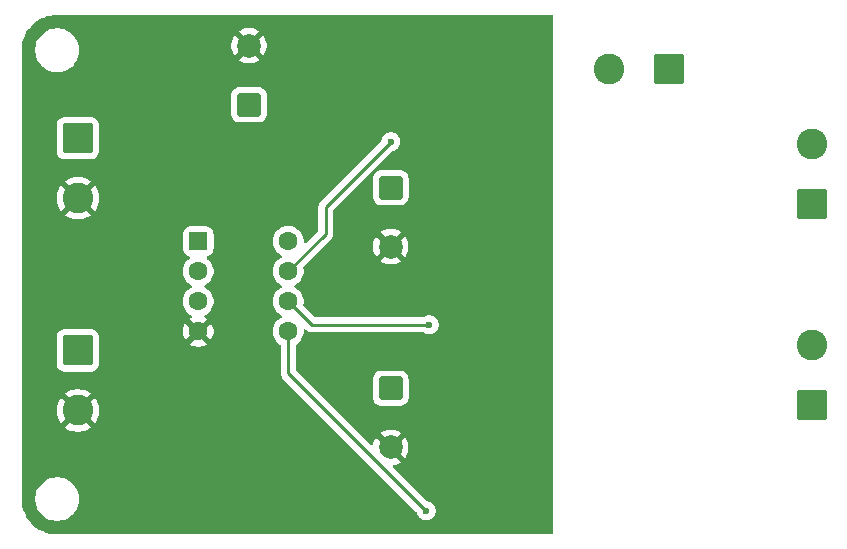
<source format=gbr>
%TF.GenerationSoftware,KiCad,Pcbnew,9.0.6*%
%TF.CreationDate,2025-12-09T22:28:09-06:00*%
%TF.ProjectId,QCW_Precharge,5143575f-5072-4656-9368-617267652e6b,rev?*%
%TF.SameCoordinates,Original*%
%TF.FileFunction,Copper,L2,Bot*%
%TF.FilePolarity,Positive*%
%FSLAX46Y46*%
G04 Gerber Fmt 4.6, Leading zero omitted, Abs format (unit mm)*
G04 Created by KiCad (PCBNEW 9.0.6) date 2025-12-09 22:28:09*
%MOMM*%
%LPD*%
G01*
G04 APERTURE LIST*
G04 Aperture macros list*
%AMRoundRect*
0 Rectangle with rounded corners*
0 $1 Rounding radius*
0 $2 $3 $4 $5 $6 $7 $8 $9 X,Y pos of 4 corners*
0 Add a 4 corners polygon primitive as box body*
4,1,4,$2,$3,$4,$5,$6,$7,$8,$9,$2,$3,0*
0 Add four circle primitives for the rounded corners*
1,1,$1+$1,$2,$3*
1,1,$1+$1,$4,$5*
1,1,$1+$1,$6,$7*
1,1,$1+$1,$8,$9*
0 Add four rect primitives between the rounded corners*
20,1,$1+$1,$2,$3,$4,$5,0*
20,1,$1+$1,$4,$5,$6,$7,0*
20,1,$1+$1,$6,$7,$8,$9,0*
20,1,$1+$1,$8,$9,$2,$3,0*%
G04 Aperture macros list end*
%TA.AperFunction,ComponentPad*%
%ADD10RoundRect,0.250000X-0.750000X0.750000X-0.750000X-0.750000X0.750000X-0.750000X0.750000X0.750000X0*%
%TD*%
%TA.AperFunction,ComponentPad*%
%ADD11C,2.000000*%
%TD*%
%TA.AperFunction,ComponentPad*%
%ADD12RoundRect,0.250000X1.050000X1.050000X-1.050000X1.050000X-1.050000X-1.050000X1.050000X-1.050000X0*%
%TD*%
%TA.AperFunction,ComponentPad*%
%ADD13C,2.600000*%
%TD*%
%TA.AperFunction,ComponentPad*%
%ADD14RoundRect,0.250000X-1.050000X1.050000X-1.050000X-1.050000X1.050000X-1.050000X1.050000X1.050000X0*%
%TD*%
%TA.AperFunction,ComponentPad*%
%ADD15RoundRect,0.250000X0.750000X-0.750000X0.750000X0.750000X-0.750000X0.750000X-0.750000X-0.750000X0*%
%TD*%
%TA.AperFunction,ComponentPad*%
%ADD16RoundRect,0.250000X1.050000X-1.050000X1.050000X1.050000X-1.050000X1.050000X-1.050000X-1.050000X0*%
%TD*%
%TA.AperFunction,ComponentPad*%
%ADD17RoundRect,0.250000X-0.550000X-0.550000X0.550000X-0.550000X0.550000X0.550000X-0.550000X0.550000X0*%
%TD*%
%TA.AperFunction,ComponentPad*%
%ADD18C,1.600000*%
%TD*%
%TA.AperFunction,ViaPad*%
%ADD19C,0.600000*%
%TD*%
%TA.AperFunction,Conductor*%
%ADD20C,0.254000*%
%TD*%
G04 APERTURE END LIST*
D10*
%TO.P,C7,1*%
%TO.N,Net-(D5-K)*%
X199500000Y-90632323D03*
D11*
%TO.P,C7,2*%
%TO.N,GND*%
X199500000Y-95632323D03*
%TD*%
D10*
%TO.P,C10,1*%
%TO.N,Net-(D7-K)*%
X199500000Y-107632323D03*
D11*
%TO.P,C10,2*%
%TO.N,GND*%
X199500000Y-112632323D03*
%TD*%
D12*
%TO.P,J1,1,Pin_1*%
%TO.N,Net-(J1-Pin_1)*%
X223045000Y-80577500D03*
D13*
%TO.P,J1,2,Pin_2*%
%TO.N,Net-(J1-Pin_2)*%
X217965000Y-80577500D03*
%TD*%
D14*
%TO.P,J2,1,Pin_1*%
%TO.N,+5V*%
X173000000Y-86455000D03*
D13*
%TO.P,J2,2,Pin_2*%
%TO.N,GND*%
X173000000Y-91535000D03*
%TD*%
D15*
%TO.P,C5,1*%
%TO.N,+5V*%
X187500000Y-83617677D03*
D11*
%TO.P,C5,2*%
%TO.N,GND*%
X187500000Y-78617677D03*
%TD*%
D14*
%TO.P,J4,1,Pin_1*%
%TO.N,Net-(J4-Pin_1)*%
X173000000Y-104420000D03*
D13*
%TO.P,J4,2,Pin_2*%
%TO.N,GND*%
X173000000Y-109500000D03*
%TD*%
D16*
%TO.P,J3,1,Pin_1*%
%TO.N,Net-(J3-Pin_1)*%
X235172500Y-92045000D03*
D13*
%TO.P,J3,2,Pin_2*%
%TO.N,Net-(J3-Pin_2)*%
X235172500Y-86965000D03*
%TD*%
D17*
%TO.P,U2,1,~{RESET}/PB5*%
%TO.N,unconnected-(U2-~{RESET}{slash}PB5-Pad1)*%
X183195000Y-95190000D03*
D18*
%TO.P,U2,2,XTAL1/PB3*%
%TO.N,Net-(U2-XTAL1{slash}PB3)*%
X183195000Y-97730000D03*
%TO.P,U2,3,XTAL2/PB4*%
%TO.N,unconnected-(U2-XTAL2{slash}PB4-Pad3)*%
X183195000Y-100270000D03*
%TO.P,U2,4,GND*%
%TO.N,GND*%
X183195000Y-102810000D03*
%TO.P,U2,5,AREF/PB0*%
%TO.N,SCR2_MCU*%
X190815000Y-102810000D03*
%TO.P,U2,6,PB1*%
%TO.N,SCR1_MCU*%
X190815000Y-100270000D03*
%TO.P,U2,7,PB2*%
%TO.N,ZCD_MCU*%
X190815000Y-97730000D03*
%TO.P,U2,8,VCC*%
%TO.N,+5V*%
X190815000Y-95190000D03*
%TD*%
D16*
%TO.P,J5,1,Pin_1*%
%TO.N,Net-(J5-Pin_1)*%
X235172500Y-109045000D03*
D13*
%TO.P,J5,2,Pin_2*%
%TO.N,Net-(J5-Pin_2)*%
X235172500Y-103965000D03*
%TD*%
D19*
%TO.N,GND*%
X199200000Y-117600000D03*
X209000000Y-88500000D03*
X205800000Y-119000000D03*
X204800000Y-83200000D03*
X197200000Y-82600000D03*
X201200000Y-86600000D03*
X199200000Y-82600000D03*
X199250000Y-100500000D03*
X187800000Y-92800000D03*
X209000000Y-105500000D03*
X210200000Y-83000000D03*
X206800000Y-86600000D03*
X206250000Y-102750000D03*
X186000000Y-89400000D03*
X188500000Y-108500000D03*
%TO.N,ZCD_MCU*%
X199500000Y-86750000D03*
%TO.N,SCR1_MCU*%
X202750000Y-102250000D03*
%TO.N,SCR2_MCU*%
X202500000Y-118000000D03*
%TD*%
D20*
%TO.N,ZCD_MCU*%
X199250000Y-87000000D02*
X199500000Y-86750000D01*
X199250000Y-87000000D02*
X194000000Y-92250000D01*
X194000000Y-94545000D02*
X190815000Y-97730000D01*
X194000000Y-92250000D02*
X194000000Y-94545000D01*
%TO.N,SCR1_MCU*%
X190815000Y-100270000D02*
X192795000Y-102250000D01*
X192795000Y-102250000D02*
X202750000Y-102250000D01*
%TO.N,SCR2_MCU*%
X190815000Y-106315000D02*
X202500000Y-118000000D01*
X190815000Y-102810000D02*
X190815000Y-106315000D01*
%TD*%
%TA.AperFunction,Conductor*%
%TO.N,GND*%
G36*
X213193039Y-76020185D02*
G01*
X213238794Y-76072989D01*
X213250000Y-76124500D01*
X213250000Y-119875500D01*
X213230315Y-119942539D01*
X213177511Y-119988294D01*
X213126000Y-119999500D01*
X171253246Y-119999500D01*
X171246756Y-119999330D01*
X170942953Y-119983407D01*
X170930046Y-119982050D01*
X170632794Y-119934971D01*
X170620097Y-119932273D01*
X170329376Y-119854374D01*
X170317033Y-119850363D01*
X170036064Y-119742510D01*
X170024206Y-119737231D01*
X169756036Y-119600591D01*
X169744796Y-119594101D01*
X169492391Y-119430187D01*
X169481890Y-119422558D01*
X169247989Y-119233149D01*
X169238344Y-119224464D01*
X169025535Y-119011655D01*
X169016850Y-119002010D01*
X168827441Y-118768109D01*
X168819812Y-118757608D01*
X168818802Y-118756052D01*
X168655896Y-118505199D01*
X168649408Y-118493963D01*
X168590925Y-118379185D01*
X168512767Y-118225790D01*
X168507489Y-118213935D01*
X168436994Y-118030289D01*
X168399635Y-117932965D01*
X168395625Y-117920623D01*
X168394626Y-117916895D01*
X168317724Y-117629896D01*
X168315028Y-117617205D01*
X168311685Y-117596100D01*
X168267949Y-117319953D01*
X168266592Y-117307046D01*
X168250670Y-117003243D01*
X168250500Y-116996753D01*
X168250500Y-116878711D01*
X169399500Y-116878711D01*
X169399500Y-117121288D01*
X169431161Y-117361785D01*
X169493947Y-117596104D01*
X169507947Y-117629902D01*
X169586776Y-117820212D01*
X169708064Y-118030289D01*
X169708066Y-118030292D01*
X169708067Y-118030293D01*
X169855733Y-118222736D01*
X169855739Y-118222743D01*
X170027256Y-118394260D01*
X170027262Y-118394265D01*
X170219711Y-118541936D01*
X170429788Y-118663224D01*
X170653900Y-118756054D01*
X170888211Y-118818838D01*
X171068586Y-118842584D01*
X171128711Y-118850500D01*
X171128712Y-118850500D01*
X171371289Y-118850500D01*
X171419388Y-118844167D01*
X171611789Y-118818838D01*
X171846100Y-118756054D01*
X172070212Y-118663224D01*
X172280289Y-118541936D01*
X172472738Y-118394265D01*
X172644265Y-118222738D01*
X172791936Y-118030289D01*
X172913224Y-117820212D01*
X173006054Y-117596100D01*
X173068838Y-117361789D01*
X173100500Y-117121288D01*
X173100500Y-116878712D01*
X173068838Y-116638211D01*
X173006054Y-116403900D01*
X172913224Y-116179788D01*
X172791936Y-115969711D01*
X172644265Y-115777262D01*
X172644260Y-115777256D01*
X172472743Y-115605739D01*
X172472736Y-115605733D01*
X172280293Y-115458067D01*
X172280292Y-115458066D01*
X172280289Y-115458064D01*
X172070212Y-115336776D01*
X172070205Y-115336773D01*
X171846104Y-115243947D01*
X171611785Y-115181161D01*
X171371289Y-115149500D01*
X171371288Y-115149500D01*
X171128712Y-115149500D01*
X171128711Y-115149500D01*
X170888214Y-115181161D01*
X170653895Y-115243947D01*
X170429794Y-115336773D01*
X170429785Y-115336777D01*
X170219706Y-115458067D01*
X170027263Y-115605733D01*
X170027256Y-115605739D01*
X169855739Y-115777256D01*
X169855733Y-115777263D01*
X169708067Y-115969706D01*
X169586777Y-116179785D01*
X169586773Y-116179794D01*
X169493947Y-116403895D01*
X169431161Y-116638214D01*
X169399500Y-116878711D01*
X168250500Y-116878711D01*
X168250500Y-109382014D01*
X171200000Y-109382014D01*
X171200000Y-109617985D01*
X171230799Y-109851914D01*
X171291870Y-110079837D01*
X171382160Y-110297819D01*
X171382165Y-110297828D01*
X171500144Y-110502171D01*
X171500145Y-110502172D01*
X171562721Y-110583723D01*
X172398958Y-109747487D01*
X172423978Y-109807890D01*
X172495112Y-109914351D01*
X172585649Y-110004888D01*
X172692110Y-110076022D01*
X172752511Y-110101041D01*
X171916275Y-110937277D01*
X171997827Y-110999854D01*
X171997828Y-110999855D01*
X172202171Y-111117834D01*
X172202180Y-111117839D01*
X172420163Y-111208129D01*
X172420161Y-111208129D01*
X172648085Y-111269200D01*
X172882014Y-111299999D01*
X172882029Y-111300000D01*
X173117971Y-111300000D01*
X173117985Y-111299999D01*
X173351914Y-111269200D01*
X173579837Y-111208129D01*
X173797819Y-111117839D01*
X173797828Y-111117834D01*
X174002181Y-110999850D01*
X174083723Y-110937279D01*
X174083723Y-110937276D01*
X173247487Y-110101041D01*
X173307890Y-110076022D01*
X173414351Y-110004888D01*
X173504888Y-109914351D01*
X173576022Y-109807890D01*
X173601041Y-109747488D01*
X174437276Y-110583723D01*
X174437279Y-110583723D01*
X174499850Y-110502181D01*
X174617834Y-110297828D01*
X174617839Y-110297819D01*
X174708129Y-110079837D01*
X174769200Y-109851914D01*
X174799999Y-109617985D01*
X174800000Y-109617971D01*
X174800000Y-109382028D01*
X174799999Y-109382014D01*
X174769200Y-109148085D01*
X174708129Y-108920162D01*
X174617839Y-108702180D01*
X174617834Y-108702171D01*
X174499855Y-108497828D01*
X174499854Y-108497827D01*
X174437277Y-108416275D01*
X173601041Y-109252511D01*
X173576022Y-109192110D01*
X173504888Y-109085649D01*
X173414351Y-108995112D01*
X173307890Y-108923978D01*
X173247488Y-108898958D01*
X174083723Y-108062721D01*
X174002172Y-108000145D01*
X174002171Y-108000144D01*
X173797828Y-107882165D01*
X173797819Y-107882160D01*
X173579836Y-107791870D01*
X173579838Y-107791870D01*
X173351914Y-107730799D01*
X173117985Y-107700000D01*
X172882014Y-107700000D01*
X172648085Y-107730799D01*
X172420162Y-107791870D01*
X172202180Y-107882160D01*
X172202171Y-107882165D01*
X171997828Y-108000144D01*
X171997818Y-108000150D01*
X171916275Y-108062720D01*
X171916275Y-108062721D01*
X172752512Y-108898958D01*
X172692110Y-108923978D01*
X172585649Y-108995112D01*
X172495112Y-109085649D01*
X172423978Y-109192110D01*
X172398958Y-109252511D01*
X171562721Y-108416275D01*
X171562720Y-108416275D01*
X171500150Y-108497818D01*
X171500144Y-108497828D01*
X171382165Y-108702171D01*
X171382160Y-108702180D01*
X171291870Y-108920162D01*
X171230799Y-109148085D01*
X171200000Y-109382014D01*
X168250500Y-109382014D01*
X168250500Y-103319983D01*
X171199500Y-103319983D01*
X171199500Y-105520001D01*
X171199501Y-105520018D01*
X171210000Y-105622796D01*
X171210001Y-105622799D01*
X171265185Y-105789331D01*
X171265186Y-105789334D01*
X171357288Y-105938656D01*
X171481344Y-106062712D01*
X171630666Y-106154814D01*
X171797203Y-106209999D01*
X171899991Y-106220500D01*
X174100008Y-106220499D01*
X174202797Y-106209999D01*
X174369334Y-106154814D01*
X174518656Y-106062712D01*
X174642712Y-105938656D01*
X174734814Y-105789334D01*
X174789999Y-105622797D01*
X174800500Y-105520009D01*
X174800499Y-103319992D01*
X174789999Y-103217203D01*
X174734814Y-103050666D01*
X174642712Y-102901344D01*
X174518656Y-102777288D01*
X174369334Y-102685186D01*
X174202797Y-102630001D01*
X174202795Y-102630000D01*
X174100010Y-102619500D01*
X171899998Y-102619500D01*
X171899981Y-102619501D01*
X171797203Y-102630000D01*
X171797200Y-102630001D01*
X171630668Y-102685185D01*
X171630663Y-102685187D01*
X171481342Y-102777289D01*
X171357289Y-102901342D01*
X171265187Y-103050663D01*
X171265186Y-103050666D01*
X171210001Y-103217203D01*
X171210001Y-103217204D01*
X171210000Y-103217204D01*
X171199500Y-103319983D01*
X168250500Y-103319983D01*
X168250500Y-94589983D01*
X181894500Y-94589983D01*
X181894500Y-95790001D01*
X181894501Y-95790018D01*
X181905000Y-95892796D01*
X181905001Y-95892799D01*
X181951268Y-96032422D01*
X181960186Y-96059334D01*
X182052288Y-96208656D01*
X182176344Y-96332712D01*
X182325666Y-96424814D01*
X182407570Y-96451954D01*
X182465015Y-96491727D01*
X182491838Y-96556243D01*
X182479523Y-96625018D01*
X182441451Y-96669978D01*
X182347787Y-96738028D01*
X182347782Y-96738032D01*
X182203028Y-96882786D01*
X182082715Y-97048386D01*
X181989781Y-97230776D01*
X181926522Y-97425465D01*
X181894500Y-97627648D01*
X181894500Y-97832351D01*
X181926522Y-98034534D01*
X181989781Y-98229223D01*
X182082715Y-98411613D01*
X182203028Y-98577213D01*
X182347786Y-98721971D01*
X182502749Y-98834556D01*
X182513390Y-98842287D01*
X182604840Y-98888883D01*
X182606080Y-98889515D01*
X182656876Y-98937490D01*
X182673671Y-99005311D01*
X182651134Y-99071446D01*
X182606080Y-99110485D01*
X182513386Y-99157715D01*
X182347786Y-99278028D01*
X182203028Y-99422786D01*
X182082715Y-99588386D01*
X181989781Y-99770776D01*
X181926522Y-99965465D01*
X181894500Y-100167648D01*
X181894500Y-100372351D01*
X181926522Y-100574534D01*
X181989781Y-100769223D01*
X182082715Y-100951613D01*
X182203028Y-101117213D01*
X182347786Y-101261971D01*
X182513385Y-101382284D01*
X182513387Y-101382285D01*
X182513390Y-101382287D01*
X182606080Y-101429515D01*
X182606630Y-101429795D01*
X182657426Y-101477770D01*
X182674221Y-101545591D01*
X182651684Y-101611725D01*
X182606630Y-101650765D01*
X182513644Y-101698143D01*
X182469077Y-101730523D01*
X182469077Y-101730524D01*
X183148554Y-102410000D01*
X183142339Y-102410000D01*
X183040606Y-102437259D01*
X182949394Y-102489920D01*
X182874920Y-102564394D01*
X182822259Y-102655606D01*
X182795000Y-102757339D01*
X182795000Y-102763553D01*
X182115524Y-102084077D01*
X182115523Y-102084077D01*
X182083143Y-102128644D01*
X181990244Y-102310968D01*
X181927009Y-102505582D01*
X181895000Y-102707682D01*
X181895000Y-102912317D01*
X181927009Y-103114417D01*
X181990244Y-103309031D01*
X182083141Y-103491350D01*
X182083147Y-103491359D01*
X182115523Y-103535921D01*
X182115524Y-103535922D01*
X182795000Y-102856446D01*
X182795000Y-102862661D01*
X182822259Y-102964394D01*
X182874920Y-103055606D01*
X182949394Y-103130080D01*
X183040606Y-103182741D01*
X183142339Y-103210000D01*
X183148553Y-103210000D01*
X182469076Y-103889474D01*
X182513650Y-103921859D01*
X182695968Y-104014755D01*
X182890582Y-104077990D01*
X183092683Y-104110000D01*
X183297317Y-104110000D01*
X183499417Y-104077990D01*
X183694031Y-104014755D01*
X183876349Y-103921859D01*
X183920921Y-103889474D01*
X183241447Y-103210000D01*
X183247661Y-103210000D01*
X183349394Y-103182741D01*
X183440606Y-103130080D01*
X183515080Y-103055606D01*
X183567741Y-102964394D01*
X183595000Y-102862661D01*
X183595000Y-102856448D01*
X184274474Y-103535922D01*
X184274474Y-103535921D01*
X184306859Y-103491349D01*
X184399755Y-103309031D01*
X184462990Y-103114417D01*
X184495000Y-102912317D01*
X184495000Y-102707682D01*
X184462990Y-102505582D01*
X184399755Y-102310968D01*
X184306859Y-102128650D01*
X184274474Y-102084077D01*
X184274474Y-102084076D01*
X183595000Y-102763551D01*
X183595000Y-102757339D01*
X183567741Y-102655606D01*
X183515080Y-102564394D01*
X183440606Y-102489920D01*
X183349394Y-102437259D01*
X183247661Y-102410000D01*
X183241446Y-102410000D01*
X183920922Y-101730524D01*
X183920921Y-101730523D01*
X183876359Y-101698147D01*
X183876350Y-101698141D01*
X183783369Y-101650765D01*
X183732573Y-101602790D01*
X183715778Y-101534969D01*
X183738315Y-101468835D01*
X183783370Y-101429795D01*
X183783920Y-101429515D01*
X183876610Y-101382287D01*
X183926144Y-101346298D01*
X184042213Y-101261971D01*
X184042215Y-101261968D01*
X184042219Y-101261966D01*
X184186966Y-101117219D01*
X184186968Y-101117215D01*
X184186971Y-101117213D01*
X184239732Y-101044590D01*
X184307287Y-100951610D01*
X184400220Y-100769219D01*
X184463477Y-100574534D01*
X184495500Y-100372352D01*
X184495500Y-100167648D01*
X184463477Y-99965466D01*
X184400220Y-99770781D01*
X184400218Y-99770778D01*
X184400218Y-99770776D01*
X184366503Y-99704607D01*
X184307287Y-99588390D01*
X184299556Y-99577749D01*
X184186971Y-99422786D01*
X184042213Y-99278028D01*
X183876614Y-99157715D01*
X183870006Y-99154348D01*
X183783917Y-99110483D01*
X183733123Y-99062511D01*
X183716328Y-98994690D01*
X183738865Y-98928555D01*
X183783917Y-98889516D01*
X183876610Y-98842287D01*
X183897770Y-98826913D01*
X184042213Y-98721971D01*
X184042215Y-98721968D01*
X184042219Y-98721966D01*
X184186966Y-98577219D01*
X184186968Y-98577215D01*
X184186971Y-98577213D01*
X184239732Y-98504590D01*
X184307287Y-98411610D01*
X184400220Y-98229219D01*
X184463477Y-98034534D01*
X184495500Y-97832352D01*
X184495500Y-97627648D01*
X184463477Y-97425466D01*
X184439773Y-97352514D01*
X184400218Y-97230776D01*
X184350053Y-97132323D01*
X184307287Y-97048390D01*
X184299556Y-97037749D01*
X184186971Y-96882786D01*
X184042219Y-96738034D01*
X184042211Y-96738028D01*
X183948547Y-96669978D01*
X183905882Y-96614649D01*
X183899903Y-96545036D01*
X183932508Y-96483240D01*
X183982426Y-96451955D01*
X184064334Y-96424814D01*
X184213656Y-96332712D01*
X184337712Y-96208656D01*
X184429814Y-96059334D01*
X184484999Y-95892797D01*
X184495500Y-95790009D01*
X184495499Y-95087648D01*
X189514500Y-95087648D01*
X189514500Y-95292351D01*
X189546522Y-95494534D01*
X189609781Y-95689223D01*
X189702715Y-95871613D01*
X189823028Y-96037213D01*
X189967786Y-96181971D01*
X190122749Y-96294556D01*
X190133390Y-96302287D01*
X190224840Y-96348883D01*
X190226080Y-96349515D01*
X190276876Y-96397490D01*
X190293671Y-96465311D01*
X190271134Y-96531446D01*
X190226080Y-96570485D01*
X190133386Y-96617715D01*
X189967786Y-96738028D01*
X189823028Y-96882786D01*
X189702715Y-97048386D01*
X189609781Y-97230776D01*
X189546522Y-97425465D01*
X189514500Y-97627648D01*
X189514500Y-97832351D01*
X189546522Y-98034534D01*
X189609781Y-98229223D01*
X189702715Y-98411613D01*
X189823028Y-98577213D01*
X189967786Y-98721971D01*
X190122749Y-98834556D01*
X190133390Y-98842287D01*
X190224840Y-98888883D01*
X190226080Y-98889515D01*
X190276876Y-98937490D01*
X190293671Y-99005311D01*
X190271134Y-99071446D01*
X190226080Y-99110485D01*
X190133386Y-99157715D01*
X189967786Y-99278028D01*
X189823028Y-99422786D01*
X189702715Y-99588386D01*
X189609781Y-99770776D01*
X189546522Y-99965465D01*
X189514500Y-100167648D01*
X189514500Y-100372351D01*
X189546522Y-100574534D01*
X189609781Y-100769223D01*
X189702715Y-100951613D01*
X189823028Y-101117213D01*
X189967786Y-101261971D01*
X190122749Y-101374556D01*
X190133390Y-101382287D01*
X190224840Y-101428883D01*
X190226080Y-101429515D01*
X190276876Y-101477490D01*
X190293671Y-101545311D01*
X190271134Y-101611446D01*
X190226080Y-101650485D01*
X190133386Y-101697715D01*
X189967786Y-101818028D01*
X189823028Y-101962786D01*
X189702715Y-102128386D01*
X189609781Y-102310776D01*
X189546522Y-102505465D01*
X189514500Y-102707648D01*
X189514500Y-102912351D01*
X189546522Y-103114534D01*
X189609781Y-103309223D01*
X189673691Y-103434653D01*
X189702585Y-103491359D01*
X189702715Y-103491613D01*
X189823028Y-103657213D01*
X189967784Y-103801969D01*
X190034572Y-103850492D01*
X190133390Y-103922287D01*
X190133395Y-103922289D01*
X190136384Y-103924461D01*
X190179051Y-103979791D01*
X190187500Y-104024780D01*
X190187500Y-106376807D01*
X190211612Y-106498027D01*
X190211614Y-106498035D01*
X190245062Y-106578785D01*
X190258915Y-106612229D01*
X190258920Y-106612239D01*
X190327588Y-106715007D01*
X190327591Y-106715011D01*
X201674907Y-118062326D01*
X201708392Y-118123649D01*
X201708843Y-118125815D01*
X201730261Y-118233491D01*
X201730264Y-118233501D01*
X201790602Y-118379172D01*
X201790609Y-118379185D01*
X201878210Y-118510288D01*
X201878213Y-118510292D01*
X201989707Y-118621786D01*
X201989711Y-118621789D01*
X202120814Y-118709390D01*
X202120827Y-118709397D01*
X202266498Y-118769735D01*
X202266503Y-118769737D01*
X202421153Y-118800499D01*
X202421156Y-118800500D01*
X202421158Y-118800500D01*
X202578844Y-118800500D01*
X202578845Y-118800499D01*
X202733497Y-118769737D01*
X202879179Y-118709394D01*
X203010289Y-118621789D01*
X203121789Y-118510289D01*
X203209394Y-118379179D01*
X203269737Y-118233497D01*
X203300500Y-118078842D01*
X203300500Y-117921158D01*
X203300500Y-117921155D01*
X203300499Y-117921153D01*
X203269738Y-117766510D01*
X203269737Y-117766503D01*
X203269735Y-117766498D01*
X203209397Y-117620827D01*
X203209390Y-117620814D01*
X203121789Y-117489711D01*
X203121786Y-117489707D01*
X203010292Y-117378213D01*
X203010288Y-117378210D01*
X202879185Y-117290609D01*
X202879172Y-117290602D01*
X202733501Y-117230264D01*
X202733491Y-117230261D01*
X202625815Y-117208843D01*
X202563904Y-117176458D01*
X202562326Y-117174907D01*
X199705267Y-114317848D01*
X199671782Y-114256525D01*
X199676766Y-114186833D01*
X199718638Y-114130900D01*
X199773551Y-114107693D01*
X199851253Y-114095386D01*
X200075802Y-114022425D01*
X200286163Y-113915241D01*
X200286169Y-113915237D01*
X200369104Y-113854981D01*
X200369105Y-113854981D01*
X199629408Y-113115285D01*
X199692993Y-113098248D01*
X199807007Y-113032422D01*
X199900099Y-112939330D01*
X199965925Y-112825316D01*
X199982962Y-112761732D01*
X200722658Y-113501428D01*
X200722658Y-113501427D01*
X200782914Y-113418492D01*
X200782918Y-113418486D01*
X200890102Y-113208125D01*
X200963065Y-112983570D01*
X201000000Y-112750375D01*
X201000000Y-112514270D01*
X200963065Y-112281075D01*
X200890102Y-112056520D01*
X200782914Y-111846151D01*
X200722658Y-111763217D01*
X200722658Y-111763216D01*
X199982962Y-112502913D01*
X199965925Y-112439330D01*
X199900099Y-112325316D01*
X199807007Y-112232224D01*
X199692993Y-112166398D01*
X199629409Y-112149360D01*
X200369105Y-111409663D01*
X200369104Y-111409661D01*
X200286174Y-111349410D01*
X200075802Y-111242220D01*
X199851247Y-111169257D01*
X199851248Y-111169257D01*
X199618052Y-111132323D01*
X199381948Y-111132323D01*
X199148752Y-111169257D01*
X198924197Y-111242220D01*
X198713830Y-111349407D01*
X198630894Y-111409663D01*
X199370591Y-112149360D01*
X199307007Y-112166398D01*
X199192993Y-112232224D01*
X199099901Y-112325316D01*
X199034075Y-112439330D01*
X199017037Y-112502914D01*
X198277340Y-111763217D01*
X198217084Y-111846153D01*
X198109897Y-112056520D01*
X198036934Y-112281075D01*
X198024628Y-112358772D01*
X197994698Y-112421907D01*
X197935387Y-112458838D01*
X197865524Y-112457840D01*
X197814474Y-112427055D01*
X192219725Y-106832306D01*
X197999500Y-106832306D01*
X197999500Y-108432324D01*
X197999501Y-108432341D01*
X198010000Y-108535119D01*
X198010001Y-108535122D01*
X198065185Y-108701654D01*
X198065187Y-108701659D01*
X198100069Y-108758211D01*
X198157288Y-108850979D01*
X198281344Y-108975035D01*
X198430666Y-109067137D01*
X198597203Y-109122322D01*
X198699991Y-109132823D01*
X200300008Y-109132822D01*
X200402797Y-109122322D01*
X200569334Y-109067137D01*
X200718656Y-108975035D01*
X200842712Y-108850979D01*
X200934814Y-108701657D01*
X200989999Y-108535120D01*
X201000500Y-108432332D01*
X201000499Y-106832315D01*
X200989999Y-106729526D01*
X200934814Y-106562989D01*
X200842712Y-106413667D01*
X200718656Y-106289611D01*
X200569334Y-106197509D01*
X200402797Y-106142324D01*
X200402795Y-106142323D01*
X200300010Y-106131823D01*
X198699998Y-106131823D01*
X198699981Y-106131824D01*
X198597203Y-106142323D01*
X198597200Y-106142324D01*
X198430668Y-106197508D01*
X198430663Y-106197510D01*
X198281342Y-106289612D01*
X198157289Y-106413665D01*
X198065187Y-106562986D01*
X198065185Y-106562991D01*
X198048869Y-106612229D01*
X198010001Y-106729526D01*
X198010001Y-106729527D01*
X198010000Y-106729527D01*
X197999500Y-106832306D01*
X192219725Y-106832306D01*
X191478819Y-106091400D01*
X191445334Y-106030077D01*
X191442500Y-106003719D01*
X191442500Y-104024780D01*
X191462185Y-103957741D01*
X191493616Y-103924461D01*
X191496604Y-103922289D01*
X191496610Y-103922287D01*
X191662219Y-103801966D01*
X191806966Y-103657219D01*
X191806968Y-103657215D01*
X191806971Y-103657213D01*
X191859732Y-103584590D01*
X191927287Y-103491610D01*
X192020220Y-103309219D01*
X192083477Y-103114534D01*
X192115500Y-102912352D01*
X192115500Y-102757281D01*
X192135185Y-102690242D01*
X192187989Y-102644487D01*
X192257147Y-102634543D01*
X192320703Y-102663568D01*
X192327167Y-102669586D01*
X192365229Y-102707648D01*
X192394994Y-102737413D01*
X192394996Y-102737414D01*
X192497756Y-102806076D01*
X192497758Y-102806077D01*
X192497767Y-102806083D01*
X192522772Y-102816440D01*
X192545071Y-102825677D01*
X192587254Y-102843149D01*
X192611966Y-102853386D01*
X192733192Y-102877499D01*
X192733196Y-102877500D01*
X192733197Y-102877500D01*
X202210643Y-102877500D01*
X202277682Y-102897185D01*
X202279534Y-102898398D01*
X202370814Y-102959390D01*
X202370827Y-102959397D01*
X202516498Y-103019735D01*
X202516503Y-103019737D01*
X202671153Y-103050499D01*
X202671156Y-103050500D01*
X202671158Y-103050500D01*
X202828844Y-103050500D01*
X202828845Y-103050499D01*
X202983497Y-103019737D01*
X203129179Y-102959394D01*
X203260289Y-102871789D01*
X203371789Y-102760289D01*
X203459394Y-102629179D01*
X203519737Y-102483497D01*
X203550500Y-102328842D01*
X203550500Y-102171158D01*
X203550500Y-102171155D01*
X203550499Y-102171153D01*
X203519737Y-102016503D01*
X203497485Y-101962781D01*
X203459397Y-101870827D01*
X203459390Y-101870814D01*
X203371789Y-101739711D01*
X203371786Y-101739707D01*
X203260292Y-101628213D01*
X203260288Y-101628210D01*
X203129185Y-101540609D01*
X203129172Y-101540602D01*
X202983501Y-101480264D01*
X202983489Y-101480261D01*
X202828845Y-101449500D01*
X202828842Y-101449500D01*
X202671158Y-101449500D01*
X202671155Y-101449500D01*
X202516510Y-101480261D01*
X202516498Y-101480264D01*
X202370827Y-101540602D01*
X202370814Y-101540609D01*
X202279534Y-101601602D01*
X202212857Y-101622480D01*
X202210643Y-101622500D01*
X193106281Y-101622500D01*
X193039242Y-101602815D01*
X193018600Y-101586181D01*
X192117689Y-100685270D01*
X192084204Y-100623947D01*
X192082897Y-100578190D01*
X192083475Y-100574539D01*
X192083477Y-100574534D01*
X192115500Y-100372352D01*
X192115500Y-100167648D01*
X192083477Y-99965466D01*
X192020220Y-99770781D01*
X192020218Y-99770778D01*
X192020218Y-99770776D01*
X191986503Y-99704607D01*
X191927287Y-99588390D01*
X191919556Y-99577749D01*
X191806971Y-99422786D01*
X191662213Y-99278028D01*
X191496614Y-99157715D01*
X191490006Y-99154348D01*
X191403917Y-99110483D01*
X191353123Y-99062511D01*
X191336328Y-98994690D01*
X191358865Y-98928555D01*
X191403917Y-98889516D01*
X191496610Y-98842287D01*
X191517770Y-98826913D01*
X191662213Y-98721971D01*
X191662215Y-98721968D01*
X191662219Y-98721966D01*
X191806966Y-98577219D01*
X191806968Y-98577215D01*
X191806971Y-98577213D01*
X191859732Y-98504590D01*
X191927287Y-98411610D01*
X192020220Y-98229219D01*
X192083477Y-98034534D01*
X192115500Y-97832352D01*
X192115500Y-97627648D01*
X192083477Y-97425466D01*
X192083476Y-97425463D01*
X192082897Y-97421807D01*
X192091851Y-97352514D01*
X192117686Y-97314731D01*
X193918149Y-95514270D01*
X198000000Y-95514270D01*
X198000000Y-95750375D01*
X198036934Y-95983570D01*
X198109897Y-96208125D01*
X198217087Y-96418497D01*
X198277338Y-96501427D01*
X198277340Y-96501428D01*
X199017037Y-95761731D01*
X199034075Y-95825316D01*
X199099901Y-95939330D01*
X199192993Y-96032422D01*
X199307007Y-96098248D01*
X199370590Y-96115285D01*
X198630893Y-96854981D01*
X198713828Y-96915237D01*
X198924197Y-97022425D01*
X199148752Y-97095388D01*
X199148751Y-97095388D01*
X199381948Y-97132323D01*
X199618052Y-97132323D01*
X199851247Y-97095388D01*
X200075802Y-97022425D01*
X200286163Y-96915241D01*
X200286169Y-96915237D01*
X200369104Y-96854981D01*
X200369105Y-96854981D01*
X199629408Y-96115285D01*
X199692993Y-96098248D01*
X199807007Y-96032422D01*
X199900099Y-95939330D01*
X199965925Y-95825316D01*
X199982962Y-95761732D01*
X200722658Y-96501428D01*
X200722658Y-96501427D01*
X200782914Y-96418492D01*
X200782918Y-96418486D01*
X200890102Y-96208125D01*
X200963065Y-95983570D01*
X201000000Y-95750375D01*
X201000000Y-95514270D01*
X200963065Y-95281075D01*
X200890102Y-95056520D01*
X200782914Y-94846151D01*
X200722658Y-94763217D01*
X200722658Y-94763216D01*
X199982962Y-95502913D01*
X199965925Y-95439330D01*
X199900099Y-95325316D01*
X199807007Y-95232224D01*
X199692993Y-95166398D01*
X199629409Y-95149360D01*
X200369105Y-94409663D01*
X200369104Y-94409661D01*
X200286174Y-94349410D01*
X200075802Y-94242220D01*
X199851247Y-94169257D01*
X199851248Y-94169257D01*
X199618052Y-94132323D01*
X199381948Y-94132323D01*
X199148752Y-94169257D01*
X198924197Y-94242220D01*
X198713830Y-94349407D01*
X198630894Y-94409663D01*
X199370591Y-95149360D01*
X199307007Y-95166398D01*
X199192993Y-95232224D01*
X199099901Y-95325316D01*
X199034075Y-95439330D01*
X199017037Y-95502914D01*
X198277340Y-94763217D01*
X198217084Y-94846153D01*
X198109897Y-95056520D01*
X198036934Y-95281075D01*
X198000000Y-95514270D01*
X193918149Y-95514270D01*
X194487411Y-94945008D01*
X194487416Y-94945001D01*
X194499218Y-94927338D01*
X194499220Y-94927334D01*
X194556083Y-94842233D01*
X194603385Y-94728035D01*
X194627500Y-94606803D01*
X194627500Y-92561280D01*
X194647185Y-92494241D01*
X194663814Y-92473604D01*
X197305111Y-89832306D01*
X197999500Y-89832306D01*
X197999500Y-91432324D01*
X197999501Y-91432341D01*
X198010000Y-91535119D01*
X198010001Y-91535122D01*
X198065185Y-91701654D01*
X198065186Y-91701657D01*
X198157288Y-91850979D01*
X198281344Y-91975035D01*
X198430666Y-92067137D01*
X198597203Y-92122322D01*
X198699991Y-92132823D01*
X200300008Y-92132822D01*
X200402797Y-92122322D01*
X200569334Y-92067137D01*
X200718656Y-91975035D01*
X200842712Y-91850979D01*
X200934814Y-91701657D01*
X200989999Y-91535120D01*
X201000500Y-91432332D01*
X201000499Y-89832315D01*
X200989999Y-89729526D01*
X200934814Y-89562989D01*
X200842712Y-89413667D01*
X200718656Y-89289611D01*
X200569334Y-89197509D01*
X200402797Y-89142324D01*
X200402795Y-89142323D01*
X200300010Y-89131823D01*
X198699998Y-89131823D01*
X198699981Y-89131824D01*
X198597203Y-89142323D01*
X198597200Y-89142324D01*
X198430668Y-89197508D01*
X198430663Y-89197510D01*
X198281342Y-89289612D01*
X198157289Y-89413665D01*
X198065187Y-89562986D01*
X198065186Y-89562989D01*
X198010001Y-89729526D01*
X198010001Y-89729527D01*
X198010000Y-89729527D01*
X197999500Y-89832306D01*
X197305111Y-89832306D01*
X199562328Y-87575089D01*
X199623649Y-87541606D01*
X199625648Y-87541189D01*
X199733497Y-87519737D01*
X199879179Y-87459394D01*
X200010289Y-87371789D01*
X200121789Y-87260289D01*
X200209394Y-87129179D01*
X200269737Y-86983497D01*
X200300500Y-86828842D01*
X200300500Y-86671158D01*
X200300500Y-86671155D01*
X200300499Y-86671153D01*
X200269738Y-86516510D01*
X200269738Y-86516508D01*
X200269737Y-86516503D01*
X200269735Y-86516498D01*
X200209397Y-86370827D01*
X200209390Y-86370814D01*
X200121789Y-86239711D01*
X200121786Y-86239707D01*
X200010292Y-86128213D01*
X200010288Y-86128210D01*
X199879185Y-86040609D01*
X199879172Y-86040602D01*
X199733501Y-85980264D01*
X199733489Y-85980261D01*
X199578845Y-85949500D01*
X199578842Y-85949500D01*
X199421158Y-85949500D01*
X199421155Y-85949500D01*
X199266510Y-85980261D01*
X199266498Y-85980264D01*
X199120827Y-86040602D01*
X199120814Y-86040609D01*
X198989711Y-86128210D01*
X198989707Y-86128213D01*
X198878213Y-86239707D01*
X198878210Y-86239711D01*
X198790609Y-86370814D01*
X198790602Y-86370827D01*
X198730264Y-86516498D01*
X198730261Y-86516508D01*
X198708843Y-86624183D01*
X198676458Y-86686094D01*
X198674907Y-86687672D01*
X194829763Y-90532818D01*
X193599992Y-91762589D01*
X193512589Y-91849992D01*
X193446200Y-91949351D01*
X193443916Y-91952769D01*
X193430061Y-91986214D01*
X193430062Y-91986215D01*
X193396614Y-92066964D01*
X193396612Y-92066972D01*
X193372500Y-92188192D01*
X193372500Y-94233718D01*
X193352815Y-94300757D01*
X193336181Y-94321399D01*
X192327181Y-95330399D01*
X192265858Y-95363884D01*
X192196166Y-95358900D01*
X192140233Y-95317028D01*
X192115816Y-95251564D01*
X192115500Y-95242718D01*
X192115500Y-95087648D01*
X192083477Y-94885465D01*
X192043756Y-94763217D01*
X192020220Y-94690781D01*
X192020218Y-94690778D01*
X192020218Y-94690776D01*
X191968865Y-94589991D01*
X191927287Y-94508390D01*
X191911892Y-94487200D01*
X191806971Y-94342786D01*
X191662213Y-94198028D01*
X191496613Y-94077715D01*
X191496612Y-94077714D01*
X191496610Y-94077713D01*
X191436898Y-94047288D01*
X191314223Y-93984781D01*
X191119534Y-93921522D01*
X190944995Y-93893878D01*
X190917352Y-93889500D01*
X190712648Y-93889500D01*
X190688329Y-93893351D01*
X190510465Y-93921522D01*
X190315776Y-93984781D01*
X190133386Y-94077715D01*
X189967786Y-94198028D01*
X189823028Y-94342786D01*
X189702715Y-94508386D01*
X189609781Y-94690776D01*
X189546522Y-94885465D01*
X189514500Y-95087648D01*
X184495499Y-95087648D01*
X184495499Y-94589992D01*
X184484999Y-94487203D01*
X184429814Y-94320666D01*
X184337712Y-94171344D01*
X184213656Y-94047288D01*
X184064334Y-93955186D01*
X183897797Y-93900001D01*
X183897795Y-93900000D01*
X183795010Y-93889500D01*
X182594998Y-93889500D01*
X182594981Y-93889501D01*
X182492203Y-93900000D01*
X182492200Y-93900001D01*
X182325668Y-93955185D01*
X182325663Y-93955187D01*
X182176342Y-94047289D01*
X182052289Y-94171342D01*
X181960187Y-94320663D01*
X181960186Y-94320666D01*
X181905001Y-94487203D01*
X181905001Y-94487204D01*
X181905000Y-94487204D01*
X181894500Y-94589983D01*
X168250500Y-94589983D01*
X168250500Y-91417014D01*
X171200000Y-91417014D01*
X171200000Y-91652985D01*
X171230799Y-91886914D01*
X171291870Y-92114837D01*
X171382160Y-92332819D01*
X171382165Y-92332828D01*
X171500144Y-92537171D01*
X171500145Y-92537172D01*
X171562721Y-92618723D01*
X172398958Y-91782487D01*
X172423978Y-91842890D01*
X172495112Y-91949351D01*
X172585649Y-92039888D01*
X172692110Y-92111022D01*
X172752511Y-92136041D01*
X171916275Y-92972277D01*
X171997827Y-93034854D01*
X171997828Y-93034855D01*
X172202171Y-93152834D01*
X172202180Y-93152839D01*
X172420163Y-93243129D01*
X172420161Y-93243129D01*
X172648085Y-93304200D01*
X172882014Y-93334999D01*
X172882029Y-93335000D01*
X173117971Y-93335000D01*
X173117985Y-93334999D01*
X173351914Y-93304200D01*
X173579837Y-93243129D01*
X173797819Y-93152839D01*
X173797828Y-93152834D01*
X174002181Y-93034850D01*
X174083723Y-92972279D01*
X174083723Y-92972276D01*
X173247487Y-92136041D01*
X173307890Y-92111022D01*
X173414351Y-92039888D01*
X173504888Y-91949351D01*
X173576022Y-91842890D01*
X173601041Y-91782488D01*
X174437276Y-92618723D01*
X174437279Y-92618723D01*
X174499850Y-92537181D01*
X174617834Y-92332828D01*
X174617839Y-92332819D01*
X174708129Y-92114837D01*
X174769200Y-91886914D01*
X174799999Y-91652985D01*
X174800000Y-91652971D01*
X174800000Y-91417028D01*
X174799999Y-91417014D01*
X174769200Y-91183085D01*
X174708129Y-90955162D01*
X174617839Y-90737180D01*
X174617834Y-90737171D01*
X174499855Y-90532828D01*
X174499854Y-90532827D01*
X174437277Y-90451275D01*
X173601041Y-91287511D01*
X173576022Y-91227110D01*
X173504888Y-91120649D01*
X173414351Y-91030112D01*
X173307890Y-90958978D01*
X173247488Y-90933958D01*
X174083723Y-90097721D01*
X174002172Y-90035145D01*
X174002171Y-90035144D01*
X173797828Y-89917165D01*
X173797819Y-89917160D01*
X173579836Y-89826870D01*
X173579838Y-89826870D01*
X173351914Y-89765799D01*
X173117985Y-89735000D01*
X172882014Y-89735000D01*
X172648085Y-89765799D01*
X172420162Y-89826870D01*
X172202180Y-89917160D01*
X172202171Y-89917165D01*
X171997828Y-90035144D01*
X171997818Y-90035150D01*
X171916275Y-90097720D01*
X171916275Y-90097721D01*
X172752512Y-90933958D01*
X172692110Y-90958978D01*
X172585649Y-91030112D01*
X172495112Y-91120649D01*
X172423978Y-91227110D01*
X172398958Y-91287511D01*
X171562721Y-90451275D01*
X171562720Y-90451275D01*
X171500150Y-90532818D01*
X171500144Y-90532828D01*
X171382165Y-90737171D01*
X171382160Y-90737180D01*
X171291870Y-90955162D01*
X171230799Y-91183085D01*
X171200000Y-91417014D01*
X168250500Y-91417014D01*
X168250500Y-85354983D01*
X171199500Y-85354983D01*
X171199500Y-87555001D01*
X171199501Y-87555018D01*
X171210000Y-87657796D01*
X171210001Y-87657799D01*
X171265185Y-87824331D01*
X171265186Y-87824334D01*
X171357288Y-87973656D01*
X171481344Y-88097712D01*
X171630666Y-88189814D01*
X171797203Y-88244999D01*
X171899991Y-88255500D01*
X174100008Y-88255499D01*
X174202797Y-88244999D01*
X174369334Y-88189814D01*
X174518656Y-88097712D01*
X174642712Y-87973656D01*
X174734814Y-87824334D01*
X174789999Y-87657797D01*
X174800500Y-87555009D01*
X174800499Y-85354992D01*
X174789999Y-85252203D01*
X174734814Y-85085666D01*
X174642712Y-84936344D01*
X174518656Y-84812288D01*
X174369334Y-84720186D01*
X174202797Y-84665001D01*
X174202795Y-84665000D01*
X174100010Y-84654500D01*
X171899998Y-84654500D01*
X171899981Y-84654501D01*
X171797203Y-84665000D01*
X171797200Y-84665001D01*
X171630668Y-84720185D01*
X171630663Y-84720187D01*
X171481342Y-84812289D01*
X171357289Y-84936342D01*
X171265187Y-85085663D01*
X171265185Y-85085668D01*
X171254413Y-85118176D01*
X171210001Y-85252203D01*
X171210001Y-85252204D01*
X171210000Y-85252204D01*
X171199500Y-85354983D01*
X168250500Y-85354983D01*
X168250500Y-82817660D01*
X185999500Y-82817660D01*
X185999500Y-84417678D01*
X185999501Y-84417695D01*
X186010000Y-84520473D01*
X186010001Y-84520476D01*
X186054413Y-84654500D01*
X186065186Y-84687011D01*
X186157288Y-84836333D01*
X186281344Y-84960389D01*
X186430666Y-85052491D01*
X186597203Y-85107676D01*
X186699991Y-85118177D01*
X188300008Y-85118176D01*
X188402797Y-85107676D01*
X188569334Y-85052491D01*
X188718656Y-84960389D01*
X188842712Y-84836333D01*
X188934814Y-84687011D01*
X188989999Y-84520474D01*
X189000500Y-84417686D01*
X189000499Y-82817669D01*
X188989999Y-82714880D01*
X188934814Y-82548343D01*
X188842712Y-82399021D01*
X188718656Y-82274965D01*
X188569334Y-82182863D01*
X188402797Y-82127678D01*
X188402795Y-82127677D01*
X188300010Y-82117177D01*
X186699998Y-82117177D01*
X186699981Y-82117178D01*
X186597203Y-82127677D01*
X186597200Y-82127678D01*
X186430668Y-82182862D01*
X186430663Y-82182864D01*
X186281342Y-82274966D01*
X186157289Y-82399019D01*
X186065187Y-82548340D01*
X186065186Y-82548343D01*
X186010001Y-82714880D01*
X186010001Y-82714881D01*
X186010000Y-82714881D01*
X185999500Y-82817660D01*
X168250500Y-82817660D01*
X168250500Y-79003246D01*
X168250670Y-78996757D01*
X168254447Y-78924684D01*
X168256856Y-78878711D01*
X169399500Y-78878711D01*
X169399500Y-79121288D01*
X169431161Y-79361785D01*
X169493947Y-79596104D01*
X169555880Y-79745623D01*
X169586776Y-79820212D01*
X169708064Y-80030289D01*
X169708066Y-80030292D01*
X169708067Y-80030293D01*
X169855733Y-80222736D01*
X169855739Y-80222743D01*
X170027256Y-80394260D01*
X170027262Y-80394265D01*
X170219711Y-80541936D01*
X170429788Y-80663224D01*
X170653900Y-80756054D01*
X170888211Y-80818838D01*
X171068586Y-80842584D01*
X171128711Y-80850500D01*
X171128712Y-80850500D01*
X171371289Y-80850500D01*
X171419388Y-80844167D01*
X171611789Y-80818838D01*
X171846100Y-80756054D01*
X172070212Y-80663224D01*
X172280289Y-80541936D01*
X172472738Y-80394265D01*
X172644265Y-80222738D01*
X172791936Y-80030289D01*
X172913224Y-79820212D01*
X173006054Y-79596100D01*
X173068838Y-79361789D01*
X173100500Y-79121288D01*
X173100500Y-78878712D01*
X173068838Y-78638211D01*
X173031703Y-78499624D01*
X186000000Y-78499624D01*
X186000000Y-78735729D01*
X186036934Y-78968924D01*
X186109897Y-79193479D01*
X186217087Y-79403851D01*
X186277338Y-79486781D01*
X186277340Y-79486782D01*
X187017037Y-78747085D01*
X187034075Y-78810670D01*
X187099901Y-78924684D01*
X187192993Y-79017776D01*
X187307007Y-79083602D01*
X187370590Y-79100639D01*
X186630893Y-79840335D01*
X186713828Y-79900591D01*
X186924197Y-80007779D01*
X187148752Y-80080742D01*
X187148751Y-80080742D01*
X187381948Y-80117677D01*
X187618052Y-80117677D01*
X187851247Y-80080742D01*
X188075802Y-80007779D01*
X188286163Y-79900595D01*
X188286169Y-79900591D01*
X188369104Y-79840335D01*
X188369105Y-79840335D01*
X187629408Y-79100639D01*
X187692993Y-79083602D01*
X187807007Y-79017776D01*
X187900099Y-78924684D01*
X187965925Y-78810670D01*
X187982962Y-78747085D01*
X188722658Y-79486782D01*
X188722658Y-79486781D01*
X188782914Y-79403846D01*
X188782918Y-79403840D01*
X188890102Y-79193479D01*
X188963065Y-78968924D01*
X189000000Y-78735729D01*
X189000000Y-78499624D01*
X188963065Y-78266429D01*
X188890102Y-78041874D01*
X188782914Y-77831505D01*
X188722658Y-77748571D01*
X188722658Y-77748570D01*
X187982962Y-78488267D01*
X187965925Y-78424684D01*
X187900099Y-78310670D01*
X187807007Y-78217578D01*
X187692993Y-78151752D01*
X187629409Y-78134714D01*
X188369105Y-77395017D01*
X188369104Y-77395015D01*
X188286174Y-77334764D01*
X188075802Y-77227574D01*
X187851247Y-77154611D01*
X187851248Y-77154611D01*
X187618052Y-77117677D01*
X187381948Y-77117677D01*
X187148752Y-77154611D01*
X186924197Y-77227574D01*
X186713830Y-77334761D01*
X186630894Y-77395017D01*
X187370591Y-78134714D01*
X187307007Y-78151752D01*
X187192993Y-78217578D01*
X187099901Y-78310670D01*
X187034075Y-78424684D01*
X187017037Y-78488268D01*
X186277340Y-77748571D01*
X186217084Y-77831507D01*
X186109897Y-78041874D01*
X186036934Y-78266429D01*
X186000000Y-78499624D01*
X173031703Y-78499624D01*
X173006054Y-78403900D01*
X172913224Y-78179788D01*
X172791936Y-77969711D01*
X172644265Y-77777262D01*
X172644260Y-77777256D01*
X172472743Y-77605739D01*
X172472736Y-77605733D01*
X172387921Y-77540652D01*
X172280293Y-77458067D01*
X172280292Y-77458066D01*
X172280289Y-77458064D01*
X172070212Y-77336776D01*
X172065355Y-77334764D01*
X171846104Y-77243947D01*
X171611785Y-77181161D01*
X171371289Y-77149500D01*
X171371288Y-77149500D01*
X171128712Y-77149500D01*
X171128711Y-77149500D01*
X170888214Y-77181161D01*
X170653895Y-77243947D01*
X170429794Y-77336773D01*
X170429785Y-77336777D01*
X170219706Y-77458067D01*
X170027263Y-77605733D01*
X170027256Y-77605739D01*
X169855739Y-77777256D01*
X169855733Y-77777263D01*
X169708067Y-77969706D01*
X169586777Y-78179785D01*
X169586773Y-78179794D01*
X169493947Y-78403895D01*
X169431161Y-78638214D01*
X169399500Y-78878711D01*
X168256856Y-78878711D01*
X168266592Y-78692951D01*
X168267949Y-78680046D01*
X168292213Y-78526846D01*
X168315029Y-78382786D01*
X168317723Y-78370107D01*
X168395627Y-78079368D01*
X168399636Y-78067033D01*
X168409294Y-78041874D01*
X168507493Y-77786054D01*
X168512763Y-77774215D01*
X168649415Y-77506023D01*
X168655891Y-77494808D01*
X168819819Y-77242380D01*
X168827434Y-77231899D01*
X169016858Y-76997979D01*
X169025525Y-76988354D01*
X169238354Y-76775525D01*
X169247979Y-76766858D01*
X169481899Y-76577434D01*
X169492380Y-76569819D01*
X169744808Y-76405891D01*
X169756023Y-76399415D01*
X170024215Y-76262763D01*
X170036054Y-76257493D01*
X170317040Y-76149633D01*
X170329368Y-76145627D01*
X170620107Y-76067723D01*
X170632786Y-76065029D01*
X170930046Y-76017949D01*
X170942951Y-76016592D01*
X171246756Y-76000669D01*
X171253246Y-76000500D01*
X213126000Y-76000500D01*
X213193039Y-76020185D01*
G37*
%TD.AperFunction*%
%TD*%
M02*

</source>
